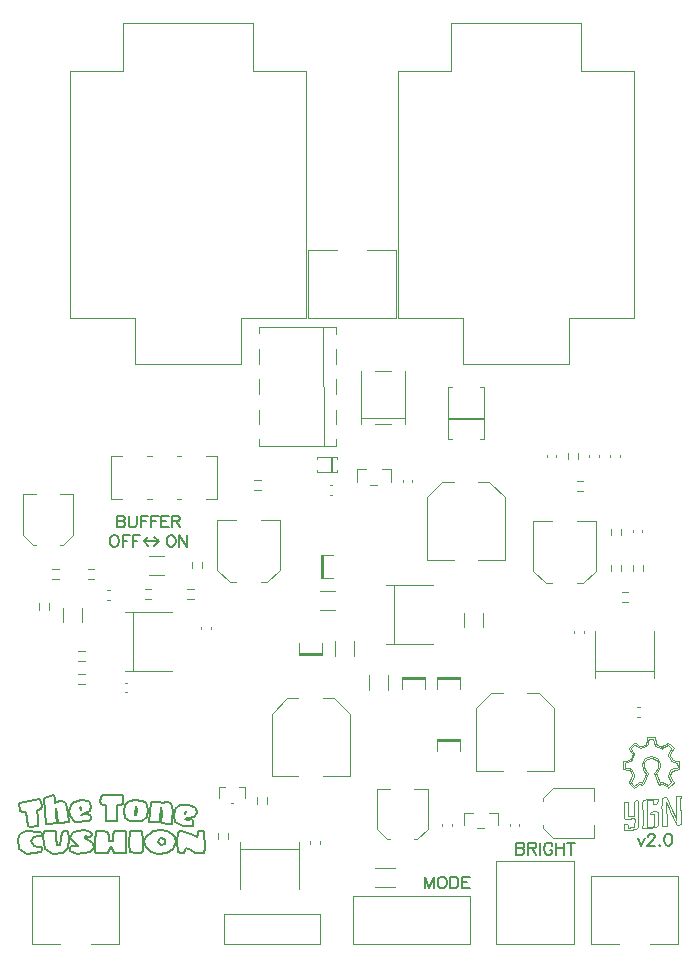
<source format=gto>
%FSLAX46Y46*%
%MOMM*%
%ADD11C,0.050000*%
%ADD12C,0.100000*%
%ADD10C,0.150000*%
%ADD13C,0.195000*%
G01*
G01*
%LPD*%
D10*
X53980952Y9723810D02*
X53695240Y10390476D01*
D10*
X53980952Y9723810D02*
X54266668Y10390476D01*
D10*
X54552380Y10533333D02*
X54552380Y10485714D01*
D10*
X54600000Y10628571D02*
X54552380Y10533333D01*
D10*
X54647620Y10676190D02*
X54600000Y10628571D01*
D10*
X54742856Y10723810D02*
X54647620Y10676190D01*
D10*
X54933332Y10723810D02*
X54742856Y10723810D01*
D10*
X55028572Y10676190D02*
X54933332Y10723810D01*
D10*
X55076192Y10628571D02*
X55028572Y10676190D01*
D10*
X55123808Y10533333D02*
X55076192Y10628571D01*
D10*
X55123808Y10438095D02*
X55123808Y10533333D01*
D10*
X55076192Y10342857D02*
X55123808Y10438095D01*
D10*
X54980952Y10200000D02*
X55076192Y10342857D01*
D10*
X54504760Y9723810D02*
X54980952Y10200000D01*
D10*
X55171428Y9723810D02*
X54504760Y9723810D01*
D10*
X55504760Y9771429D02*
X55552380Y9819048D01*
D10*
X55552380Y9723810D02*
X55504760Y9771429D01*
D10*
X55600000Y9771429D02*
X55552380Y9723810D01*
D10*
X55552380Y9819048D02*
X55600000Y9771429D01*
D10*
X56076192Y10676190D02*
X56219048Y10723810D01*
D10*
X55980952Y10533333D02*
X56076192Y10676190D01*
D10*
X55933332Y10295238D02*
X55980952Y10533333D01*
D10*
X55933332Y10152381D02*
X55933332Y10295238D01*
D10*
X55980952Y9914286D02*
X55933332Y10152381D01*
D10*
X56076192Y9771429D02*
X55980952Y9914286D01*
D10*
X56219048Y9723810D02*
X56076192Y9771429D01*
D10*
X56314284Y9723810D02*
X56219048Y9723810D01*
D10*
X56457144Y9771429D02*
X56314284Y9723810D01*
D10*
X56552380Y9914286D02*
X56457144Y9771429D01*
D10*
X56600000Y10152381D02*
X56552380Y9914286D01*
D10*
X56600000Y10295238D02*
X56600000Y10152381D01*
D10*
X56552380Y10533333D02*
X56600000Y10295238D01*
D10*
X56457144Y10676190D02*
X56552380Y10533333D01*
D10*
X56314284Y10723810D02*
X56457144Y10676190D01*
D10*
X56219048Y10723810D02*
X56314284Y10723810D01*
D10*
X43420476Y8971810D02*
X43420476Y9971810D01*
D10*
X43849048Y9971810D02*
X43420476Y9971810D01*
D10*
X43991904Y9924190D02*
X43849048Y9971810D01*
D10*
X44039524Y9876571D02*
X43991904Y9924190D01*
D10*
X44087144Y9781333D02*
X44039524Y9876571D01*
D10*
X44087144Y9686095D02*
X44087144Y9781333D01*
D10*
X44039524Y9590857D02*
X44087144Y9686095D01*
D10*
X43991904Y9543238D02*
X44039524Y9590857D01*
D10*
X43849048Y9495619D02*
X43991904Y9543238D01*
D10*
X43849048Y9495619D02*
X43420476Y9495619D01*
D10*
X43991904Y9448000D02*
X43849048Y9495619D01*
D10*
X44039524Y9400381D02*
X43991904Y9448000D01*
D10*
X44087144Y9305143D02*
X44039524Y9400381D01*
D10*
X44087144Y9162286D02*
X44087144Y9305143D01*
D10*
X44039524Y9067048D02*
X44087144Y9162286D01*
D10*
X43991904Y9019429D02*
X44039524Y9067048D01*
D10*
X43849048Y8971810D02*
X43991904Y9019429D01*
D10*
X43420476Y8971810D02*
X43849048Y8971810D01*
D10*
X44420476Y8971810D02*
X44420476Y9971810D01*
D10*
X44849048Y9971810D02*
X44420476Y9971810D01*
D10*
X44991904Y9924190D02*
X44849048Y9971810D01*
D10*
X45039524Y9876571D02*
X44991904Y9924190D01*
D10*
X45087144Y9781333D02*
X45039524Y9876571D01*
D10*
X45087144Y9686095D02*
X45087144Y9781333D01*
D10*
X45039524Y9590857D02*
X45087144Y9686095D01*
D10*
X44991904Y9543238D02*
X45039524Y9590857D01*
D10*
X44849048Y9495619D02*
X44991904Y9543238D01*
D10*
X44420476Y9495619D02*
X44849048Y9495619D01*
D10*
X45087144Y8971810D02*
X44753808Y9495619D01*
D10*
X45420476Y8971810D02*
X45420476Y9971810D01*
D10*
X46420476Y9828952D02*
X46468096Y9733714D01*
D10*
X46325240Y9924190D02*
X46420476Y9828952D01*
D10*
X46230000Y9971810D02*
X46325240Y9924190D01*
D10*
X46039524Y9971810D02*
X46230000Y9971810D01*
D10*
X45944284Y9924190D02*
X46039524Y9971810D01*
D10*
X45849048Y9828952D02*
X45944284Y9924190D01*
D10*
X45801428Y9733714D02*
X45849048Y9828952D01*
D10*
X45753808Y9590857D02*
X45801428Y9733714D01*
D10*
X45753808Y9352762D02*
X45753808Y9590857D01*
D10*
X45801428Y9209905D02*
X45753808Y9352762D01*
D10*
X45849048Y9114667D02*
X45801428Y9209905D01*
D10*
X45944284Y9019429D02*
X45849048Y9114667D01*
D10*
X46039524Y8971810D02*
X45944284Y9019429D01*
D10*
X46230000Y8971810D02*
X46039524Y8971810D01*
D10*
X46325240Y9019429D02*
X46230000Y8971810D01*
D10*
X46420476Y9114667D02*
X46325240Y9019429D01*
D10*
X46468096Y9209905D02*
X46420476Y9114667D01*
D10*
X46468096Y9352762D02*
X46468096Y9209905D01*
D10*
X46468096Y9352762D02*
X46230000Y9352762D01*
D10*
X46801428Y8971810D02*
X46801428Y9971810D01*
D10*
X47468096Y8971810D02*
X47468096Y9971810D01*
D10*
X47468096Y9495619D02*
X46801428Y9495619D01*
D10*
X48039524Y8971810D02*
X48039524Y9971810D01*
D10*
X48372856Y9971810D02*
X47706192Y9971810D01*
D10*
X9590476Y36673808D02*
X9590476Y37673808D01*
D10*
X10019048Y37673808D02*
X9590476Y37673808D01*
D10*
X10161905Y37626192D02*
X10019048Y37673808D01*
D10*
X10209524Y37578572D02*
X10161905Y37626192D01*
D10*
X10257143Y37483332D02*
X10209524Y37578572D01*
D10*
X10257143Y37388096D02*
X10257143Y37483332D01*
D10*
X10209524Y37292856D02*
X10257143Y37388096D01*
D10*
X10161905Y37245240D02*
X10209524Y37292856D01*
D10*
X10019048Y37197620D02*
X10161905Y37245240D01*
D10*
X10019048Y37197620D02*
X9590476Y37197620D01*
D10*
X10161905Y37150000D02*
X10019048Y37197620D01*
D10*
X10209524Y37102380D02*
X10161905Y37150000D01*
D10*
X10257143Y37007144D02*
X10209524Y37102380D01*
D10*
X10257143Y36864284D02*
X10257143Y37007144D01*
D10*
X10209524Y36769048D02*
X10257143Y36864284D01*
D10*
X10161905Y36721428D02*
X10209524Y36769048D01*
D10*
X10019048Y36673808D02*
X10161905Y36721428D01*
D10*
X9590476Y36673808D02*
X10019048Y36673808D01*
D10*
X10590476Y36959524D02*
X10590476Y37673808D01*
D10*
X10638095Y36816668D02*
X10590476Y36959524D01*
D10*
X10733333Y36721428D02*
X10638095Y36816668D01*
D10*
X10876190Y36673808D02*
X10733333Y36721428D01*
D10*
X10971428Y36673808D02*
X10876190Y36673808D01*
D10*
X11114286Y36721428D02*
X10971428Y36673808D01*
D10*
X11209524Y36816668D02*
X11114286Y36721428D01*
D10*
X11257143Y36959524D02*
X11209524Y36816668D01*
D10*
X11257143Y37673808D02*
X11257143Y36959524D01*
D10*
X11638095Y36673808D02*
X11638095Y37673808D01*
D10*
X12257143Y37673808D02*
X11638095Y37673808D01*
D10*
X12019048Y37197620D02*
X11638095Y37197620D01*
D10*
X12495238Y36673808D02*
X12495238Y37673808D01*
D10*
X13114286Y37673808D02*
X12495238Y37673808D01*
D10*
X12876190Y37197620D02*
X12495238Y37197620D01*
D10*
X13352381Y36673808D02*
X13352381Y37673808D01*
D10*
X13971428Y37673808D02*
X13352381Y37673808D01*
D10*
X13733334Y37197620D02*
X13352381Y37197620D01*
D10*
X13971428Y36673808D02*
X13352381Y36673808D01*
D10*
X14257143Y36673808D02*
X14257143Y37673808D01*
D10*
X14685714Y37673808D02*
X14257143Y37673808D01*
D10*
X14828572Y37626192D02*
X14685714Y37673808D01*
D10*
X14876190Y37578572D02*
X14828572Y37626192D01*
D10*
X14923810Y37483332D02*
X14876190Y37578572D01*
D10*
X14923810Y37388096D02*
X14923810Y37483332D01*
D10*
X14876190Y37292856D02*
X14923810Y37388096D01*
D10*
X14828572Y37245240D02*
X14876190Y37292856D01*
D10*
X14685714Y37197620D02*
X14828572Y37245240D01*
D10*
X14257143Y37197620D02*
X14685714Y37197620D01*
D10*
X14923810Y36673808D02*
X14590476Y37197620D01*
D10*
X9183333Y35976192D02*
X9278571Y36023808D01*
D10*
X9088095Y35880952D02*
X9183333Y35976192D01*
D10*
X9040476Y35785716D02*
X9088095Y35880952D01*
D10*
X8992857Y35642856D02*
X9040476Y35785716D01*
D10*
X8992857Y35404760D02*
X8992857Y35642856D01*
D10*
X9040476Y35261904D02*
X8992857Y35404760D01*
D10*
X9088095Y35166668D02*
X9040476Y35261904D01*
D10*
X9183333Y35071428D02*
X9088095Y35166668D01*
D10*
X9278571Y35023808D02*
X9183333Y35071428D01*
D10*
X9469048Y35023808D02*
X9278571Y35023808D01*
D10*
X9564286Y35071428D02*
X9469048Y35023808D01*
D10*
X9659524Y35166668D02*
X9564286Y35071428D01*
D10*
X9707143Y35261904D02*
X9659524Y35166668D01*
D10*
X9754762Y35404760D02*
X9707143Y35261904D01*
D10*
X9754762Y35642856D02*
X9754762Y35404760D01*
D10*
X9707143Y35785716D02*
X9754762Y35642856D01*
D10*
X9659524Y35880952D02*
X9707143Y35785716D01*
D10*
X9564286Y35976192D02*
X9659524Y35880952D01*
D10*
X9469048Y36023808D02*
X9564286Y35976192D01*
D10*
X9278571Y36023808D02*
X9469048Y36023808D01*
D10*
X10088095Y35023808D02*
X10088095Y36023808D01*
D10*
X10707143Y36023808D02*
X10088095Y36023808D01*
D10*
X10469048Y35547620D02*
X10088095Y35547620D01*
D10*
X10945238Y35023808D02*
X10945238Y36023808D01*
D10*
X11564286Y36023808D02*
X10945238Y36023808D01*
D10*
X11326190Y35547620D02*
X10945238Y35547620D01*
D10*
X13983333Y35976192D02*
X14078571Y36023808D01*
D10*
X13888095Y35880952D02*
X13983333Y35976192D01*
D10*
X13840476Y35785716D02*
X13888095Y35880952D01*
D10*
X13792857Y35642856D02*
X13840476Y35785716D01*
D10*
X13792857Y35404760D02*
X13792857Y35642856D01*
D10*
X13840476Y35261904D02*
X13792857Y35404760D01*
D10*
X13888095Y35166668D02*
X13840476Y35261904D01*
D10*
X13983333Y35071428D02*
X13888095Y35166668D01*
D10*
X14078571Y35023808D02*
X13983333Y35071428D01*
D10*
X14269048Y35023808D02*
X14078571Y35023808D01*
D10*
X14364286Y35071428D02*
X14269048Y35023808D01*
D10*
X14459524Y35166668D02*
X14364286Y35071428D01*
D10*
X14507143Y35261904D02*
X14459524Y35166668D01*
D10*
X14554762Y35404760D02*
X14507143Y35261904D01*
D10*
X14554762Y35642856D02*
X14554762Y35404760D01*
D10*
X14507143Y35785716D02*
X14554762Y35642856D01*
D10*
X14459524Y35880952D02*
X14507143Y35785716D01*
D10*
X14364286Y35976192D02*
X14459524Y35880952D01*
D10*
X14269048Y36023808D02*
X14364286Y35976192D01*
D10*
X14078571Y36023808D02*
X14269048Y36023808D01*
D10*
X14888095Y35023808D02*
X14888095Y36023808D01*
D10*
X15554762Y35023808D02*
X14888095Y36023808D01*
D10*
X15554762Y35023808D02*
X15554762Y36023808D01*
D10*
X35640476Y6103809D02*
X35640476Y7103809D01*
D10*
X36021428Y6103809D02*
X35640476Y7103809D01*
D10*
X36021428Y6103809D02*
X36402380Y7103809D01*
D10*
X36402380Y6103809D02*
X36402380Y7103809D01*
D10*
X36926192Y7056190D02*
X37021428Y7103809D01*
D10*
X36830952Y6960952D02*
X36926192Y7056190D01*
D10*
X36783332Y6865714D02*
X36830952Y6960952D01*
D10*
X36735716Y6722857D02*
X36783332Y6865714D01*
D10*
X36735716Y6484762D02*
X36735716Y6722857D01*
D10*
X36783332Y6341905D02*
X36735716Y6484762D01*
D10*
X36830952Y6246666D02*
X36783332Y6341905D01*
D10*
X36926192Y6151428D02*
X36830952Y6246666D01*
D10*
X37021428Y6103809D02*
X36926192Y6151428D01*
D10*
X37211904Y6103809D02*
X37021428Y6103809D01*
D10*
X37307144Y6151428D02*
X37211904Y6103809D01*
D10*
X37402380Y6246666D02*
X37307144Y6151428D01*
D10*
X37450000Y6341905D02*
X37402380Y6246666D01*
D10*
X37497620Y6484762D02*
X37450000Y6341905D01*
D10*
X37497620Y6722857D02*
X37497620Y6484762D01*
D10*
X37450000Y6865714D02*
X37497620Y6722857D01*
D10*
X37402380Y6960952D02*
X37450000Y6865714D01*
D10*
X37307144Y7056190D02*
X37402380Y6960952D01*
D10*
X37211904Y7103809D02*
X37307144Y7056190D01*
D10*
X37021428Y7103809D02*
X37211904Y7103809D01*
D10*
X37830952Y6103809D02*
X37830952Y7103809D01*
D10*
X38164284Y7103809D02*
X37830952Y7103809D01*
D10*
X38307144Y7056190D02*
X38164284Y7103809D01*
D10*
X38402380Y6960952D02*
X38307144Y7056190D01*
D10*
X38450000Y6865714D02*
X38402380Y6960952D01*
D10*
X38497620Y6722857D02*
X38450000Y6865714D01*
D10*
X38497620Y6484762D02*
X38497620Y6722857D01*
D10*
X38450000Y6341905D02*
X38497620Y6484762D01*
D10*
X38402380Y6246666D02*
X38450000Y6341905D01*
D10*
X38307144Y6151428D02*
X38402380Y6246666D01*
D10*
X38164284Y6103809D02*
X38307144Y6151428D01*
D10*
X37830952Y6103809D02*
X38164284Y6103809D01*
D10*
X38830952Y6103809D02*
X38830952Y7103809D01*
D10*
X39450000Y7103809D02*
X38830952Y7103809D01*
D10*
X39211904Y6627619D02*
X38830952Y6627619D01*
D10*
X39450000Y6103809D02*
X38830952Y6103809D01*
D11*
X8980000Y31360000D02*
X8780000Y31360000D01*
D11*
X8980000Y30560000D02*
X8780000Y30560000D01*
D11*
X54090000Y36280000D02*
X54090000Y36480000D01*
D11*
X53290000Y36280000D02*
X53290000Y36480000D01*
D11*
X28090000Y27035000D02*
X28090000Y25785000D01*
D11*
X29690000Y27035000D02*
X29690000Y25785000D01*
D11*
X6855000Y23435000D02*
X6305000Y23435000D01*
D11*
X6855000Y24285000D02*
X6305000Y24285000D01*
D11*
X10280000Y22700000D02*
X10480000Y22700000D01*
D11*
X10280000Y23500000D02*
X10480000Y23500000D01*
D11*
X46500000Y14650000D02*
X45650000Y13800000D01*
D11*
X45650000Y13800000D02*
X46500000Y14650000D01*
D11*
X45650000Y11200000D02*
X46500000Y10350000D01*
D11*
X45650000Y11200000D02*
X45650000Y11475000D01*
D11*
X49950000Y14650000D02*
X49950000Y13525000D01*
D11*
X49950000Y14650000D02*
X46500000Y14650000D01*
D11*
X46500000Y14650000D02*
X45650000Y13800000D01*
D11*
X49950000Y10350000D02*
X49950000Y11475000D01*
D11*
X45650000Y13800000D02*
X45650000Y13530000D01*
D11*
X45650000Y13800000D02*
X45650000Y13800000D01*
D11*
X46500000Y10350000D02*
X49950000Y10350000D01*
D11*
X30270000Y45950000D02*
X33970000Y45950000D01*
D11*
X30270000Y49900000D02*
X30270000Y45400000D01*
D11*
X31470000Y49900000D02*
X32770000Y49900000D01*
D11*
X31470000Y45400000D02*
X32770000Y45400000D01*
D11*
X33970000Y45400000D02*
X33970000Y49900000D01*
D11*
X27100000Y43600000D02*
X27050000Y53600000D01*
D11*
X21650000Y53600000D02*
X28150000Y53600000D01*
D11*
X21650000Y50550000D02*
X21650000Y51750000D01*
D11*
X28150000Y53600000D02*
X28150000Y53050000D01*
D11*
X28150000Y46650000D02*
X28150000Y45450000D01*
D11*
X21650000Y45450000D02*
X21650000Y46650000D01*
D11*
X28150000Y43600000D02*
X21650000Y43600000D01*
D11*
X28150000Y50550000D02*
X28150000Y51750000D01*
D11*
X28150000Y49200000D02*
X28150000Y48000000D01*
D11*
X21650000Y53100000D02*
X21650000Y53600000D01*
D11*
X21650000Y48000000D02*
X21650000Y49200000D01*
D11*
X28150000Y44150000D02*
X28150000Y43600000D01*
D11*
X21650000Y43600000D02*
X21650000Y44150000D01*
D11*
X6630000Y28635000D02*
X6630000Y29885000D01*
D11*
X5030000Y28635000D02*
X5030000Y29885000D01*
D11*
X31590000Y11100000D02*
X32440000Y10250000D01*
D11*
X32440000Y10250000D02*
X31590000Y11100000D01*
D11*
X35040000Y10250000D02*
X35890000Y11100000D01*
D11*
X35040000Y10250000D02*
X34765000Y10250000D01*
D11*
X31590000Y14550000D02*
X32715000Y14550000D01*
D11*
X31590000Y14550000D02*
X31590000Y11100000D01*
D11*
X31590000Y11100000D02*
X32440000Y10250000D01*
D11*
X35890000Y14550000D02*
X34765000Y14550000D01*
D11*
X32440000Y10250000D02*
X32710000Y10250000D01*
D11*
X32440000Y10250000D02*
X32440000Y10250000D01*
D11*
X35890000Y11100000D02*
X35890000Y14550000D01*
D11*
X37950000Y44200000D02*
X37630000Y44200000D01*
D11*
X37655000Y45875000D02*
X40605000Y45875000D01*
D11*
X37655000Y45925000D02*
X40605000Y45925000D01*
D11*
X40630000Y44200000D02*
X40310000Y44200000D01*
D11*
X37630000Y44200000D02*
X37630000Y48600000D01*
D11*
X37630000Y48600000D02*
X37950000Y48600000D01*
D11*
X40630000Y48600000D02*
X40630000Y44200000D01*
D11*
X37655000Y45825000D02*
X40605000Y45825000D01*
D11*
X37655000Y45975000D02*
X40605000Y45975000D01*
D11*
X40310000Y48600000D02*
X40630000Y48600000D01*
D11*
X4105000Y33185000D02*
X4655000Y33185000D01*
D11*
X4105000Y32335000D02*
X4655000Y32335000D01*
D11*
X50400000Y42600000D02*
X50400000Y42800000D01*
D11*
X49600000Y42600000D02*
X49600000Y42800000D01*
D11*
X16825000Y33775000D02*
X16825000Y33225000D01*
D11*
X15975000Y33775000D02*
X15975000Y33225000D01*
D11*
X32540000Y22885000D02*
X32540000Y24135000D01*
D11*
X30940000Y22885000D02*
X30940000Y24135000D01*
D11*
X49700000Y1430000D02*
X49700000Y7180000D01*
D11*
X54700000Y1430000D02*
X57100000Y1430000D01*
D11*
X49700000Y1430000D02*
X52100000Y1430000D01*
D11*
X57100000Y7180000D02*
X57100000Y1430000D01*
D11*
X49700000Y7180000D02*
X57100000Y7180000D01*
D11*
X40665000Y11200000D02*
X40115000Y11200000D01*
D11*
X38940000Y11475000D02*
X38940000Y12500000D01*
D11*
X41840000Y12500000D02*
X41840000Y11475000D01*
D11*
X41065000Y12500000D02*
X41840000Y12500000D01*
D11*
X38940000Y12500000D02*
X39715000Y12500000D01*
D11*
X10100000Y75300000D02*
X10100000Y79400000D01*
D11*
X20100000Y54400000D02*
X20100000Y50500000D01*
D11*
X5600000Y54400000D02*
X5600000Y75300000D01*
D11*
X10100000Y79400000D02*
X21100000Y79400000D01*
D11*
X5600000Y75300000D02*
X10100000Y75300000D01*
D11*
X25600000Y54400000D02*
X20100000Y54400000D01*
D11*
X20100000Y50500000D02*
X11100000Y50500000D01*
D11*
X21100000Y79400000D02*
X21100000Y75300000D01*
D11*
X11100000Y54400000D02*
X5600000Y54400000D01*
D11*
X11100000Y50500000D02*
X11100000Y54400000D01*
D11*
X21100000Y75300000D02*
X25600000Y75300000D01*
D11*
X25600000Y75300000D02*
X25600000Y54400000D01*
D11*
X51425000Y32945000D02*
X51425000Y33495000D01*
D11*
X52275000Y32945000D02*
X52275000Y33495000D01*
D11*
X28225000Y41575000D02*
X28225000Y41350000D01*
D11*
X28225000Y42650000D02*
X28225000Y42425000D01*
D11*
X27700000Y41375000D02*
X27700000Y42625000D01*
D11*
X26525000Y42650000D02*
X28225000Y42650000D01*
D11*
X28225000Y41350000D02*
X26525000Y41350000D01*
D11*
X26525000Y42425000D02*
X26525000Y42650000D01*
D11*
X26525000Y41350000D02*
X26525000Y41575000D01*
D11*
X27800000Y41375000D02*
X27800000Y42625000D01*
D11*
X27750000Y41375000D02*
X27750000Y42625000D01*
D11*
X40600000Y28215000D02*
X40600000Y29465000D01*
D11*
X39000000Y28215000D02*
X39000000Y29465000D01*
D11*
X16750000Y28260000D02*
X16750000Y28060000D01*
D11*
X17550000Y28260000D02*
X17550000Y28060000D01*
D11*
X47765000Y42425000D02*
X47765000Y42975000D01*
D11*
X48615000Y42425000D02*
X48615000Y42975000D01*
D11*
X53265000Y32945000D02*
X53265000Y33495000D01*
D11*
X54115000Y32945000D02*
X54115000Y33495000D01*
D11*
X37950000Y11400000D02*
X37950000Y11600000D01*
D11*
X37150000Y11400000D02*
X37150000Y11600000D01*
D11*
X29290000Y15610000D02*
X27015000Y15610000D01*
D11*
X23990000Y22210000D02*
X24965000Y22210000D01*
D11*
X27990000Y22210000D02*
X27015000Y22210000D01*
D11*
X27990000Y22210000D02*
X29290000Y20910000D01*
D11*
X22690000Y15610000D02*
X24965000Y15610000D01*
D11*
X22690000Y20910000D02*
X23990000Y22210000D01*
D11*
X29290000Y20910000D02*
X29290000Y15610000D01*
D11*
X22690000Y15610000D02*
X22690000Y20910000D01*
D11*
X27825000Y40230000D02*
X27625000Y40230000D01*
D11*
X27825000Y39430000D02*
X27625000Y39430000D01*
D11*
X52275000Y36555000D02*
X52275000Y36005000D01*
D11*
X51425000Y36555000D02*
X51425000Y36005000D01*
D11*
X36725000Y18725000D02*
X36725000Y18675000D01*
D11*
X38675000Y18675000D02*
X38675000Y18625000D01*
D11*
X38675000Y18625000D02*
X36725000Y18625000D01*
D11*
X38675000Y18575000D02*
X38675000Y18550000D01*
D11*
X36725000Y18575000D02*
X38675000Y18575000D01*
D11*
X36725000Y17725000D02*
X36725000Y18725000D01*
D11*
X36725000Y18675000D02*
X38675000Y18675000D01*
D11*
X38675000Y18725000D02*
X36725000Y18725000D01*
D11*
X36725000Y18625000D02*
X36725000Y18575000D01*
D11*
X38675000Y18725000D02*
X38675000Y17722500D01*
D11*
X20440000Y14730000D02*
X20440000Y13755000D01*
D11*
X18240000Y13755000D02*
X18240000Y14730000D01*
D11*
X18240000Y14730000D02*
X18765000Y14730000D01*
D11*
X19915000Y14730000D02*
X20440000Y14730000D01*
D11*
X19415000Y13330000D02*
X19265000Y13330000D01*
D11*
X26905000Y32425000D02*
X26955000Y32425000D01*
D11*
X26955000Y34375000D02*
X27005000Y34375000D01*
D11*
X27005000Y34375000D02*
X27005000Y32425000D01*
D11*
X27055000Y34375000D02*
X27080000Y34375000D01*
D11*
X27055000Y32425000D02*
X27055000Y34375000D01*
D11*
X27905000Y32425000D02*
X26905000Y32425000D01*
D11*
X26955000Y32425000D02*
X26955000Y34375000D01*
D11*
X26905000Y34375000D02*
X26905000Y32425000D01*
D11*
X27005000Y32425000D02*
X27055000Y32425000D01*
D11*
X26905000Y34375000D02*
X27907500Y34375000D01*
D11*
X50100000Y23910000D02*
X50100000Y27890000D01*
D11*
X55100000Y27890000D02*
X55100000Y23910000D01*
D11*
X50100000Y24550000D02*
X55100000Y24550000D01*
D11*
X52875000Y30375000D02*
X52325000Y30375000D01*
D11*
X52875000Y31225000D02*
X52325000Y31225000D01*
D11*
X36725000Y24015000D02*
X36725000Y23965000D01*
D11*
X38675000Y23965000D02*
X38675000Y23915000D01*
D11*
X38675000Y23915000D02*
X36725000Y23915000D01*
D11*
X38675000Y23865000D02*
X38675000Y23840000D01*
D11*
X36725000Y23865000D02*
X38675000Y23865000D01*
D11*
X36725000Y23015000D02*
X36725000Y24015000D01*
D11*
X36725000Y23965000D02*
X38675000Y23965000D01*
D11*
X38675000Y24015000D02*
X36725000Y24015000D01*
D11*
X36725000Y23915000D02*
X36725000Y23865000D01*
D11*
X38675000Y24015000D02*
X38675000Y23012500D01*
D11*
X25000000Y10070000D02*
X25000000Y6090000D01*
D11*
X20000000Y6090000D02*
X20000000Y10070000D01*
D11*
X25000000Y9430000D02*
X20000000Y9430000D01*
D11*
X26815000Y29700000D02*
X28065000Y29700000D01*
D11*
X26815000Y31300000D02*
X28065000Y31300000D01*
D11*
X33705000Y24015000D02*
X33705000Y23965000D01*
D11*
X35655000Y23965000D02*
X35655000Y23915000D01*
D11*
X35655000Y23915000D02*
X33705000Y23915000D01*
D11*
X35655000Y23865000D02*
X35655000Y23840000D01*
D11*
X33705000Y23865000D02*
X35655000Y23865000D01*
D11*
X33705000Y23015000D02*
X33705000Y24015000D01*
D11*
X33705000Y23965000D02*
X35655000Y23965000D01*
D11*
X35655000Y24015000D02*
X33705000Y24015000D01*
D11*
X33705000Y23915000D02*
X33705000Y23865000D01*
D11*
X35655000Y24015000D02*
X35655000Y23012500D01*
D11*
X33200000Y60150000D02*
X33200000Y54400000D01*
D11*
X28200000Y60150000D02*
X25800000Y60150000D01*
D11*
X33200000Y60150000D02*
X30800000Y60150000D01*
D11*
X25800000Y54400000D02*
X25800000Y60150000D01*
D11*
X33200000Y54400000D02*
X25800000Y54400000D01*
D11*
X46465000Y31930000D02*
X45890000Y31930000D01*
D11*
X44840000Y32980000D02*
X44840000Y37230000D01*
D11*
X49090000Y31930000D02*
X48515000Y31930000D01*
D11*
X50140000Y37230000D02*
X48515000Y37230000D01*
D11*
X49090000Y31930000D02*
X50140000Y32980000D01*
D11*
X45890000Y31930000D02*
X44840000Y32980000D01*
D11*
X50140000Y32980000D02*
X50140000Y37230000D01*
D11*
X44840000Y37230000D02*
X46465000Y37230000D01*
D11*
X21435000Y13255000D02*
X21435000Y13805000D01*
D11*
X22285000Y13255000D02*
X22285000Y13805000D01*
D11*
X2400000Y1430000D02*
X2400000Y7180000D01*
D11*
X7400000Y1430000D02*
X9800000Y1430000D01*
D11*
X2400000Y1430000D02*
X4800000Y1430000D01*
D11*
X9800000Y7180000D02*
X9800000Y1430000D01*
D11*
X2400000Y7180000D02*
X9800000Y7180000D01*
D11*
X12150000Y39100000D02*
X12550000Y39100000D01*
D11*
X17150000Y42700000D02*
X18100000Y42700000D01*
D11*
X17150000Y39100000D02*
X18100000Y39100000D01*
D11*
X9100000Y39100000D02*
X9100000Y42700000D01*
D11*
X18100000Y42700000D02*
X18100000Y39100000D01*
D11*
X12150000Y42700000D02*
X12550000Y42700000D01*
D11*
X14650000Y39100000D02*
X15050000Y39100000D01*
D11*
X9100000Y42700000D02*
X10050000Y42700000D01*
D11*
X14650000Y42700000D02*
X15050000Y42700000D01*
D11*
X9100000Y39100000D02*
X10050000Y39100000D01*
D11*
X39500000Y1430000D02*
X29600000Y1430000D01*
D11*
X29600000Y5430000D02*
X39500000Y5430000D01*
D11*
X29600000Y1430000D02*
X29600000Y5430000D01*
D11*
X39500000Y5430000D02*
X39500000Y1430000D01*
D11*
X15545000Y31445000D02*
X16095000Y31445000D01*
D11*
X15545000Y30595000D02*
X16095000Y30595000D01*
D11*
X26965000Y25885000D02*
X26965000Y25935000D01*
D11*
X25015000Y25935000D02*
X25015000Y25985000D01*
D11*
X25015000Y25985000D02*
X26965000Y25985000D01*
D11*
X25015000Y26035000D02*
X25015000Y26060000D01*
D11*
X26965000Y26035000D02*
X25015000Y26035000D01*
D11*
X26965000Y26885000D02*
X26965000Y25885000D01*
D11*
X26965000Y25935000D02*
X25015000Y25935000D01*
D11*
X25015000Y25885000D02*
X26965000Y25885000D01*
D11*
X26965000Y25985000D02*
X26965000Y26035000D01*
D11*
X25015000Y25885000D02*
X25015000Y26887500D01*
D11*
X42430000Y33930000D02*
X40155000Y33930000D01*
D11*
X37130000Y40530000D02*
X38105000Y40530000D01*
D11*
X41130000Y40530000D02*
X40155000Y40530000D01*
D11*
X41130000Y40530000D02*
X42430000Y39230000D01*
D11*
X35830000Y33930000D02*
X38105000Y33930000D01*
D11*
X35830000Y39230000D02*
X37130000Y40530000D01*
D11*
X42430000Y39230000D02*
X42430000Y33930000D01*
D11*
X35830000Y33930000D02*
X35830000Y39230000D01*
D11*
X34580000Y40480000D02*
X34580000Y40680000D01*
D11*
X33780000Y40480000D02*
X33780000Y40680000D01*
D11*
X51360000Y42800000D02*
X51360000Y42600000D01*
D11*
X52160000Y42800000D02*
X52160000Y42600000D01*
D11*
X31605000Y40280000D02*
X31055000Y40280000D01*
D11*
X29880000Y40555000D02*
X29880000Y41580000D01*
D11*
X32780000Y41580000D02*
X32780000Y40555000D01*
D11*
X32005000Y41580000D02*
X32780000Y41580000D01*
D11*
X29880000Y41580000D02*
X30655000Y41580000D01*
D11*
X43650000Y11400000D02*
X43650000Y11600000D01*
D11*
X42850000Y11400000D02*
X42850000Y11600000D01*
D11*
X3855000Y30235000D02*
X3855000Y29685000D01*
D11*
X3005000Y30235000D02*
X3005000Y29685000D01*
D11*
X53860000Y21460000D02*
X53660000Y21460000D01*
D11*
X53860000Y20660000D02*
X53660000Y20660000D01*
D11*
X46600000Y16070000D02*
X44325000Y16070000D01*
D11*
X41300000Y22670000D02*
X42275000Y22670000D01*
D11*
X45300000Y22670000D02*
X44325000Y22670000D01*
D11*
X45300000Y22670000D02*
X46600000Y21370000D01*
D11*
X40000000Y16070000D02*
X42275000Y16070000D01*
D11*
X40000000Y21370000D02*
X41300000Y22670000D01*
D11*
X46600000Y21370000D02*
X46600000Y16070000D01*
D11*
X40000000Y16070000D02*
X40000000Y21370000D01*
D11*
X18620000Y3970000D02*
X26800000Y3970000D01*
D11*
X18620000Y1430000D02*
X18620000Y3970000D01*
D11*
X26800000Y3970000D02*
X26800000Y1430000D01*
D11*
X26800000Y1430000D02*
X18620000Y1430000D01*
D11*
X12295000Y32620000D02*
X13545000Y32620000D01*
D11*
X12295000Y34220000D02*
X13545000Y34220000D01*
D11*
X32410000Y31800000D02*
X36390000Y31800000D01*
D11*
X36390000Y26800000D02*
X32410000Y26800000D01*
D11*
X33050000Y31800000D02*
X33050000Y26800000D01*
D11*
X10310000Y29500000D02*
X14290000Y29500000D01*
D11*
X14290000Y24500000D02*
X10310000Y24500000D01*
D11*
X10950000Y29500000D02*
X10950000Y24500000D01*
D11*
X31475000Y6200000D02*
X33125000Y6200000D01*
D11*
X31475000Y7800000D02*
X33125000Y7800000D01*
D11*
X45980000Y42800000D02*
X45980000Y42600000D01*
D11*
X46780000Y42800000D02*
X46780000Y42600000D01*
D11*
X19705000Y32040000D02*
X19130000Y32040000D01*
D11*
X18080000Y33090000D02*
X18080000Y37340000D01*
D11*
X22330000Y32040000D02*
X21755000Y32040000D01*
D11*
X23380000Y37340000D02*
X21755000Y37340000D01*
D11*
X22330000Y32040000D02*
X23380000Y33090000D01*
D11*
X19130000Y32040000D02*
X18080000Y33090000D01*
D11*
X23380000Y33090000D02*
X23380000Y37340000D01*
D11*
X18080000Y37340000D02*
X19705000Y37340000D01*
D11*
X25980000Y10100000D02*
X25980000Y9900000D01*
D11*
X26780000Y10100000D02*
X26780000Y9900000D01*
D11*
X48300000Y27920000D02*
X48300000Y27720000D01*
D11*
X49100000Y27920000D02*
X49100000Y27720000D01*
D11*
X48525000Y40565000D02*
X49075000Y40565000D01*
D11*
X48525000Y39715000D02*
X49075000Y39715000D01*
D11*
X48300000Y8430000D02*
X48300000Y1430000D01*
D11*
X41700000Y1430000D02*
X41700000Y8430000D01*
D11*
X48300000Y1430000D02*
X41700000Y1430000D01*
D11*
X41700000Y8430000D02*
X48300000Y8430000D01*
D11*
X11945000Y31445000D02*
X12495000Y31445000D01*
D11*
X11945000Y30595000D02*
X12495000Y30595000D01*
D11*
X18155000Y10285000D02*
X18155000Y10835000D01*
D11*
X19005000Y10285000D02*
X19005000Y10835000D01*
D11*
X6305000Y26185000D02*
X6855000Y26185000D01*
D11*
X6305000Y25335000D02*
X6855000Y25335000D01*
D11*
X21205000Y40664999D02*
X21755000Y40664999D01*
D11*
X21205000Y39814999D02*
X21755000Y39814999D01*
D11*
X37900000Y75300000D02*
X37900000Y79400000D01*
D11*
X47900000Y54400000D02*
X47900000Y50500000D01*
D11*
X33400000Y54400000D02*
X33400000Y75300000D01*
D11*
X37900000Y79400000D02*
X48900000Y79400000D01*
D11*
X33400000Y75300000D02*
X37900000Y75300000D01*
D11*
X53400000Y54400000D02*
X47900000Y54400000D01*
D11*
X47900000Y50500000D02*
X38900000Y50500000D01*
D11*
X48900000Y79400000D02*
X48900000Y75300000D01*
D11*
X38900000Y54400000D02*
X33400000Y54400000D01*
D11*
X38900000Y50500000D02*
X38900000Y54400000D01*
D11*
X48900000Y75300000D02*
X53400000Y75300000D01*
D11*
X53400000Y75300000D02*
X53400000Y54400000D01*
D11*
X7105000Y33185000D02*
X7655000Y33185000D01*
D11*
X7105000Y32335000D02*
X7655000Y32335000D01*
D11*
X1610000Y36060000D02*
X2460000Y35210000D01*
D11*
X2460000Y35210000D02*
X1610000Y36060000D01*
D11*
X5060000Y35210000D02*
X5910000Y36060000D01*
D11*
X5060000Y35210000D02*
X4785000Y35210000D01*
D11*
X1610000Y39510000D02*
X2735000Y39510000D01*
D11*
X1610000Y39510000D02*
X1610000Y36060000D01*
D11*
X1610000Y36060000D02*
X2460000Y35210000D01*
D11*
X5910000Y39510000D02*
X4785000Y39510000D01*
D11*
X2460000Y35210000D02*
X2730000Y35210000D01*
D11*
X2460000Y35210000D02*
X2460000Y35210000D01*
D11*
X5910000Y36060000D02*
X5910000Y39510000D01*
D10*
X13150000Y35500000D02*
X12750000Y35100000D01*
D10*
X11850000Y35500000D02*
X12250000Y35900000D01*
D10*
X13150000Y35500000D02*
X12750000Y35900000D01*
D10*
X11850000Y35500000D02*
X13150000Y35500000D01*
D10*
X11850000Y35500000D02*
X12250000Y35100000D01*
D12*
X53077000Y17048000D02*
X53202000Y17309000D01*
D12*
X57022000Y16334000D02*
X57068000Y16392000D01*
D12*
X55768000Y18135000D02*
X55902000Y18217000D01*
D12*
X53514000Y18387000D02*
X53832000Y18159000D01*
D12*
X53138000Y16878000D02*
X52681000Y16783000D01*
D12*
X53108000Y16232000D02*
X53248000Y15981000D01*
D12*
X53197000Y15736000D02*
X53101000Y15987000D01*
D12*
X54333000Y17157000D02*
X54818000Y17331000D01*
D12*
X55086000Y15899000D02*
X55135000Y15959000D01*
D12*
X53643000Y14807000D02*
X53382000Y14649000D01*
D12*
X55056000Y18932000D02*
X55135000Y18915000D01*
D12*
X53248000Y15981000D02*
X53362000Y15710000D01*
D12*
X52623000Y16337000D02*
X52927000Y16264000D01*
D12*
X52914000Y16119000D02*
X52749000Y16151000D01*
D12*
X54818000Y17331000D02*
X55297000Y17172000D01*
D12*
X53452000Y18247000D02*
X53406000Y18274000D01*
D12*
X52681000Y16783000D02*
X52587000Y16746000D01*
D12*
X55775000Y15100000D02*
X56041000Y14955000D01*
D12*
X53389000Y14818000D02*
X53430000Y14841000D01*
D12*
X55310000Y15703000D02*
X55582000Y15067000D01*
D12*
X55256000Y15846000D02*
X55310000Y15703000D01*
D12*
X53262000Y17453000D02*
X53161000Y17614000D01*
D12*
X53631000Y18124000D02*
X53452000Y18247000D01*
D12*
X54542000Y18459000D02*
X54520000Y18356000D01*
D12*
X52443000Y16873000D02*
X52508000Y16893000D01*
D12*
X56463000Y16197000D02*
X56542000Y16223000D01*
D12*
X56484000Y17220000D02*
X56638000Y16997000D01*
D12*
X56266000Y15651000D02*
X56345000Y15845000D01*
D12*
X55589000Y16362000D02*
X55327000Y15923000D01*
D12*
X54564000Y18575000D02*
X54542000Y18459000D01*
D12*
X55102000Y18464000D02*
X55001000Y18781000D01*
D12*
X55327000Y15923000D02*
X55256000Y15846000D01*
D12*
X54191000Y16407000D02*
X54376000Y16081000D01*
D12*
X54376000Y18376000D02*
X54443000Y18694000D01*
D12*
X55630000Y17984000D02*
X55413000Y18077000D01*
D12*
X56654000Y15238000D02*
X56730000Y15089000D01*
D12*
X55571000Y18164000D02*
X55718000Y18110000D01*
D12*
X54443000Y18694000D02*
X54500000Y18925000D01*
D12*
X53392000Y15584000D02*
X53262000Y15378000D01*
D12*
X55580000Y16754000D02*
X55589000Y16362000D01*
D12*
X56442000Y15711000D02*
X56429000Y15598000D01*
D12*
X53101000Y15107000D02*
X53245000Y14959000D01*
D12*
X56501000Y18024000D02*
X56268000Y18261000D01*
D12*
X56243000Y15588000D02*
X56266000Y15651000D01*
D12*
X56292000Y18446000D02*
X56471000Y18284000D01*
D12*
X57191000Y16871000D02*
X57216000Y16858000D01*
D12*
X57216000Y16858000D02*
X57215000Y16604000D01*
D12*
X55297000Y17172000D02*
X55580000Y16754000D01*
D12*
X55853000Y14913000D02*
X55827000Y14933000D01*
D12*
X55827000Y14933000D02*
X55665000Y14912000D01*
D12*
X56117000Y18364000D02*
X56292000Y18446000D01*
D12*
X55672000Y15079000D02*
X55775000Y15100000D01*
D12*
X54008000Y14897000D02*
X53919000Y14945000D01*
D12*
X56291000Y14651000D02*
X56226000Y14666000D01*
D12*
X52982000Y17876000D02*
X52909000Y17988000D01*
D12*
X53011000Y16098000D02*
X52914000Y16119000D01*
D12*
X53382000Y14649000D02*
X53282000Y14716000D01*
D12*
X53626000Y14969000D02*
X53811000Y15097000D01*
D12*
X56429000Y15598000D02*
X56654000Y15238000D01*
D12*
X54300000Y15611000D02*
X54374000Y15814000D01*
D12*
X56444000Y14991000D02*
X56537000Y15098000D01*
D12*
X56650000Y14990000D02*
X56535000Y14863000D01*
D12*
X52932000Y18020000D02*
X53096000Y18191000D01*
D12*
X54543000Y15841000D02*
X54213000Y15026000D01*
D12*
X57068000Y16392000D02*
X57053000Y16746000D01*
D12*
X53056000Y14939000D02*
X52910000Y15088000D01*
D12*
X54467000Y17091000D02*
X54229000Y16791000D01*
D12*
X54044000Y18152000D02*
X54292000Y18257000D01*
D12*
X53962000Y15087000D02*
X54044000Y15052000D01*
D12*
X54388000Y18143000D02*
X54176000Y18051000D01*
D12*
X53282000Y14716000D02*
X53282000Y14716000D01*
D12*
X53832000Y18159000D02*
X54044000Y18152000D01*
D12*
X53289000Y17677000D02*
X53413000Y17479000D01*
D12*
X56730000Y17990000D02*
X56544000Y17696000D01*
D12*
X53202000Y17309000D02*
X53262000Y17453000D01*
D12*
X54615000Y18776000D02*
X54564000Y18575000D01*
D12*
X53245000Y14959000D02*
X53389000Y14818000D01*
D12*
X56535000Y14863000D02*
X56291000Y14651000D01*
D12*
X54388000Y15850000D02*
X54350000Y15893000D01*
D12*
X57203000Y16221000D02*
X57140000Y16201000D01*
D12*
X56540000Y17970000D02*
X56501000Y18024000D01*
D12*
X57215000Y16604000D02*
X57208000Y16285000D01*
D12*
X54039000Y16537000D02*
X54113000Y16883000D01*
D12*
X54563000Y15904000D02*
X54543000Y15841000D01*
D12*
X56720000Y16832000D02*
X56517000Y16874000D01*
D12*
X55413000Y18077000D02*
X55179000Y18188000D01*
D12*
X52444000Y16224000D02*
X52438000Y16511000D01*
D12*
X54500000Y18925000D02*
X55056000Y18932000D01*
D12*
X56638000Y16997000D02*
X56929000Y16936000D01*
D12*
X54254000Y16000000D02*
X54039000Y16537000D01*
D12*
X53101000Y15987000D02*
X53011000Y16098000D01*
D12*
X52438000Y16511000D02*
X52438000Y16835000D01*
D12*
X56504000Y15875000D02*
X56442000Y15711000D01*
D12*
X53257000Y18358000D02*
X53380000Y18442000D01*
D12*
X54938000Y17178000D02*
X54467000Y17091000D01*
D12*
X53244000Y17063000D02*
X53138000Y16878000D01*
D12*
X53362000Y15710000D02*
X53408000Y15616000D01*
D12*
X53811000Y15097000D02*
X53962000Y15087000D01*
D12*
X56433000Y17337000D02*
X56484000Y17220000D01*
D12*
X52924000Y15120000D02*
X53158000Y15476000D01*
D12*
X56405000Y17440000D02*
X56433000Y17337000D01*
D12*
X56250000Y14835000D02*
X56444000Y14991000D01*
D12*
X55179000Y18188000D02*
X55102000Y18464000D01*
D12*
X56345000Y15845000D02*
X56457000Y16161000D01*
D12*
X53626000Y14969000D02*
X53626000Y14969000D01*
D12*
X53919000Y14945000D02*
X53835000Y14931000D01*
D12*
X55582000Y15067000D02*
X55672000Y15079000D01*
D12*
X56379000Y17123000D02*
X56276000Y17347000D01*
D12*
X55388000Y16871000D02*
X54938000Y17178000D01*
D12*
X56734000Y16268000D02*
X57022000Y16334000D01*
D12*
X55718000Y18110000D02*
X55768000Y18135000D01*
D12*
X56471000Y18284000D02*
X56730000Y17990000D01*
D12*
X53360000Y18245000D02*
X53162000Y18061000D01*
D12*
X56537000Y15098000D02*
X56358000Y15418000D01*
D12*
X56517000Y17927000D02*
X56540000Y17970000D01*
D12*
X55902000Y18217000D02*
X56017000Y18290000D01*
D12*
X55350000Y15223000D02*
X55165000Y15669000D01*
D12*
X57208000Y16285000D02*
X57203000Y16221000D01*
D12*
X56245000Y17494000D02*
X56380000Y17711000D01*
D12*
X53408000Y15616000D02*
X53392000Y15584000D01*
D12*
X56949000Y16159000D02*
X56598000Y16089000D01*
D12*
X52749000Y16151000D02*
X52489000Y16208000D01*
D12*
X54176000Y18051000D02*
X53910000Y17956000D01*
D12*
X53096000Y18191000D02*
X53257000Y18358000D01*
D12*
X53161000Y17614000D02*
X52982000Y17876000D01*
D12*
X52909000Y17988000D02*
X52932000Y18020000D01*
D12*
X56542000Y16223000D02*
X56734000Y16268000D01*
D12*
X56598000Y16089000D02*
X56504000Y15875000D01*
D12*
X53100000Y17988000D02*
X53132000Y17924000D01*
D12*
X52508000Y16893000D02*
X52704000Y16936000D01*
D12*
X54374000Y15814000D02*
X54388000Y15850000D01*
D12*
X53262000Y15378000D02*
X53101000Y15107000D01*
D12*
X52704000Y16936000D02*
X53077000Y17048000D01*
D12*
X56358000Y15418000D02*
X56243000Y15588000D01*
D12*
X54173000Y14924000D02*
X54008000Y14897000D01*
D12*
X53380000Y18442000D02*
X53514000Y18387000D01*
D12*
X56276000Y17347000D02*
X56224000Y17450000D01*
D12*
X54113000Y16883000D02*
X54333000Y17157000D01*
D12*
X55428000Y16309000D02*
X55388000Y16871000D01*
D12*
X56080000Y18163000D02*
X55772000Y17964000D01*
D12*
X55001000Y18781000D02*
X54615000Y18776000D01*
D12*
X52438000Y16835000D02*
X52443000Y16873000D01*
D12*
X53282000Y14716000D02*
X53056000Y14939000D01*
D12*
X52489000Y16208000D02*
X52444000Y16224000D01*
D12*
X54044000Y15052000D02*
X54300000Y15611000D01*
D12*
X53910000Y17956000D02*
X53631000Y18124000D01*
D12*
X55135000Y15959000D02*
X55428000Y16309000D01*
D12*
X56268000Y18261000D02*
X56080000Y18163000D01*
D12*
X53413000Y17479000D02*
X53244000Y17063000D01*
D12*
X55254000Y18447000D02*
X55300000Y18287000D01*
D12*
X54350000Y18292000D02*
X54376000Y18376000D01*
D12*
X52587000Y16746000D02*
X52580000Y16407000D01*
D12*
X52910000Y15088000D02*
X52924000Y15120000D01*
D12*
X55514000Y14879000D02*
X55350000Y15223000D01*
D12*
X54350000Y15893000D02*
X54254000Y16000000D01*
D12*
X55135000Y18915000D02*
X55254000Y18447000D01*
D12*
X56017000Y18290000D02*
X56117000Y18364000D01*
D12*
X56457000Y16161000D02*
X56463000Y16197000D01*
D12*
X56041000Y14955000D02*
X56250000Y14835000D01*
D12*
X53406000Y18274000D02*
X53360000Y18245000D01*
D12*
X54229000Y16791000D02*
X54191000Y16407000D01*
D12*
X53162000Y18061000D02*
X53100000Y17988000D01*
D12*
X56224000Y17450000D02*
X56245000Y17494000D01*
D12*
X55772000Y17964000D02*
X55723000Y17940000D01*
D12*
X55723000Y17940000D02*
X55630000Y17984000D01*
D12*
X53158000Y15476000D02*
X53197000Y15736000D01*
D12*
X53835000Y14931000D02*
X53643000Y14807000D01*
D12*
X56380000Y17711000D02*
X56517000Y17927000D01*
D12*
X55665000Y14912000D02*
X55514000Y14879000D01*
D12*
X54376000Y16081000D02*
X54506000Y15958000D01*
D12*
X55300000Y18287000D02*
X55571000Y18164000D01*
D12*
X56730000Y15089000D02*
X56650000Y14990000D01*
D12*
X57053000Y16746000D02*
X56720000Y16832000D01*
D12*
X53430000Y14841000D02*
X53626000Y14969000D01*
D12*
X52580000Y16407000D02*
X52623000Y16337000D01*
D12*
X57140000Y16201000D02*
X56949000Y16159000D01*
D12*
X54520000Y18356000D02*
X54388000Y18143000D01*
D12*
X56544000Y17696000D02*
X56405000Y17440000D01*
D12*
X56517000Y16874000D02*
X56379000Y17123000D01*
D12*
X54506000Y15958000D02*
X54563000Y15904000D01*
D12*
X56929000Y16936000D02*
X57191000Y16871000D01*
D12*
X54292000Y18257000D02*
X54350000Y18292000D01*
D12*
X54213000Y15026000D02*
X54173000Y14924000D01*
D12*
X52927000Y16264000D02*
X53108000Y16232000D01*
D12*
X56226000Y14666000D02*
X55853000Y14913000D01*
D12*
X55165000Y15669000D02*
X55086000Y15899000D01*
D12*
X53132000Y17924000D02*
X53289000Y17677000D01*
D12*
X52846000Y12562000D02*
X52834000Y12372000D01*
D12*
X52639000Y12007000D02*
X52582000Y12021000D01*
D12*
X55767000Y11548000D02*
X55756000Y11826000D01*
D12*
X54103000Y12666000D02*
X54091000Y12902000D01*
D12*
X52834000Y12372000D02*
X52838000Y12269000D01*
D12*
X57316000Y13868000D02*
X57305000Y13714000D01*
D12*
X55338000Y12581000D02*
X55385000Y12549000D01*
D12*
X54997000Y12620000D02*
X55143000Y12633000D01*
D12*
X55072000Y12272000D02*
X55064000Y12326000D01*
D12*
X55756000Y11826000D02*
X55734000Y12174000D01*
D12*
X54982000Y12385000D02*
X54897000Y12380000D01*
D12*
X52778000Y11569000D02*
X52817000Y11539000D01*
D12*
X55353000Y11421000D02*
X55327000Y11380000D01*
D12*
X54475000Y11595000D02*
X54459000Y11388000D01*
D12*
X52698000Y11583000D02*
X52778000Y11569000D01*
D12*
X55235000Y11325000D02*
X55142000Y11301000D01*
D12*
X56122000Y13389000D02*
X56118000Y13230000D01*
D12*
X54781000Y12560000D02*
X54812000Y12591000D01*
D12*
X56143000Y13778000D02*
X56186000Y13688000D01*
D12*
X53387000Y12053000D02*
X53373000Y12072000D01*
D12*
X54910000Y13691000D02*
X55060000Y13704000D01*
D12*
X55934000Y13809000D02*
X56048000Y13815000D01*
D12*
X55040000Y11484000D02*
X55050000Y11585000D01*
D12*
X53307000Y11301000D02*
X53347000Y11309000D01*
D12*
X57328000Y12380000D02*
X57342000Y12096000D01*
D12*
X52569000Y11021000D02*
X52544000Y11029000D01*
D12*
X54994000Y13592000D02*
X54973000Y13605000D01*
D12*
X56946000Y13424000D02*
X56952000Y13884000D01*
D12*
X52515000Y13378000D02*
X52545000Y13411000D01*
D12*
X52838000Y12269000D02*
X52850000Y12226000D01*
D12*
X54367000Y11205000D02*
X54217000Y11195000D01*
D12*
X54156000Y13591000D02*
X54202000Y13612000D01*
D12*
X55272000Y12620000D02*
X55338000Y12581000D01*
D12*
X54202000Y13612000D02*
X54265000Y13628000D01*
D12*
X55368000Y13676000D02*
X55374000Y13628000D01*
D12*
X52852000Y13270000D02*
X52856000Y12908000D01*
D12*
X54973000Y13605000D02*
X54931000Y13616000D01*
D12*
X55142000Y11301000D02*
X54989000Y11275000D01*
D12*
X52856000Y12908000D02*
X52857000Y12670000D01*
D12*
X55734000Y12174000D02*
X55712000Y12520000D01*
D12*
X54109000Y13536000D02*
X54125000Y13566000D01*
D12*
X54532000Y11294000D02*
X54671000Y11308000D01*
D12*
X53217000Y11287000D02*
X53307000Y11301000D01*
D12*
X52995000Y11051000D02*
X52827000Y11034000D01*
D12*
X53550000Y11155000D02*
X53474000Y11123000D01*
D12*
X56948000Y12744000D02*
X56946000Y13424000D01*
D12*
X57342000Y12096000D02*
X57344000Y11882000D01*
D12*
X54867000Y12606000D02*
X54997000Y12620000D01*
D12*
X52801000Y13441000D02*
X52823000Y13427000D01*
D12*
X52823000Y13427000D02*
X52839000Y13408000D01*
D12*
X53235000Y11075000D02*
X53111000Y11059000D01*
D12*
X54111000Y11210000D02*
X54088000Y11235000D01*
D12*
X55411000Y11745000D02*
X55398000Y11608000D01*
D12*
X54477000Y11294000D02*
X54532000Y11294000D01*
D12*
X53393000Y11497000D02*
X53413000Y11619000D01*
D12*
X57065000Y11495000D02*
X56979000Y11503000D01*
D12*
X52857000Y12670000D02*
X52846000Y12562000D01*
D12*
X53091000Y11265000D02*
X53217000Y11287000D01*
D12*
X54119000Y12146000D02*
X54115000Y12430000D01*
D12*
X54217000Y11195000D02*
X54145000Y11197000D01*
D12*
X55289000Y11350000D02*
X55235000Y11325000D01*
D12*
X55398000Y11608000D02*
X55377000Y11499000D01*
D12*
X54487000Y13556000D02*
X54478000Y13482000D01*
D12*
X54740000Y12477000D02*
X54753000Y12516000D01*
D12*
X56920000Y11662000D02*
X56875000Y11773000D01*
D12*
X56131000Y11412000D02*
X56101000Y11398000D01*
D12*
X55411000Y11929000D02*
X55411000Y11745000D01*
D12*
X52504000Y11292000D02*
X52514000Y11389000D01*
D12*
X55291000Y13300000D02*
X55205000Y13286000D01*
D12*
X53688000Y13548000D02*
X53730000Y13535000D01*
D12*
X53387000Y12277000D02*
X53387000Y12857000D01*
D12*
X53734000Y11495000D02*
X53717000Y11397000D01*
D12*
X53373000Y12072000D02*
X53340000Y12075000D01*
D12*
X55746000Y13698000D02*
X55757000Y13757000D01*
D12*
X54473000Y13256000D02*
X54480000Y12972000D01*
D12*
X56409000Y13120000D02*
X56473000Y12968000D01*
D12*
X52864000Y12203000D02*
X52915000Y12205000D01*
D12*
X57204000Y13937000D02*
X57319000Y13943000D01*
D12*
X56240000Y13563000D02*
X56327000Y13335000D01*
D12*
X56800000Y11935000D02*
X56691000Y12148000D01*
D12*
X55385000Y12549000D02*
X55388000Y12412000D01*
D12*
X54115000Y11857000D02*
X54119000Y12146000D01*
D12*
X56048000Y13815000D02*
X56118000Y13810000D01*
D12*
X54989000Y11275000D02*
X54803000Y11249000D01*
D12*
X55061000Y11737000D02*
X55071000Y12041000D01*
D12*
X54671000Y11308000D02*
X54813000Y11323000D01*
D12*
X54125000Y13566000D02*
X54156000Y13591000D01*
D12*
X53474000Y11123000D02*
X53371000Y11099000D01*
D12*
X56979000Y11503000D02*
X56951000Y11566000D01*
D12*
X53747000Y11615000D02*
X53734000Y11495000D01*
D12*
X54713000Y13672000D02*
X54910000Y13691000D01*
D12*
X55333000Y13316000D02*
X55291000Y13300000D01*
D12*
X53387000Y12857000D02*
X53392000Y13454000D01*
D12*
X57319000Y13943000D02*
X57324000Y13939000D01*
D12*
X53605000Y13561000D02*
X53688000Y13548000D01*
D12*
X55388000Y12412000D02*
X55398000Y12153000D01*
D12*
X57324000Y13939000D02*
X57316000Y13868000D01*
D12*
X57300000Y13400000D02*
X57307000Y12922000D01*
D12*
X55143000Y12633000D02*
X55228000Y12633000D01*
D12*
X52817000Y11539000D02*
X52829000Y11491000D01*
D12*
X53035000Y12220000D02*
X53241000Y12252000D01*
D12*
X55050000Y12369000D02*
X55033000Y12387000D01*
D12*
X55205000Y13286000D02*
X55080000Y13281000D01*
D12*
X54896000Y11331000D02*
X54958000Y11347000D01*
D12*
X56595000Y12334000D02*
X56543000Y12442000D01*
D12*
X56954000Y12230000D02*
X56948000Y12744000D01*
D12*
X52960000Y11250000D02*
X53091000Y11265000D01*
D12*
X53420000Y13493000D02*
X53476000Y13532000D01*
D12*
X55840000Y13795000D02*
X55934000Y13809000D01*
D12*
X55327000Y11380000D02*
X55289000Y11350000D01*
D12*
X57336000Y11716000D02*
X57326000Y11621000D01*
D12*
X55026000Y11416000D02*
X55040000Y11484000D01*
D12*
X56579000Y12728000D02*
X56735000Y12386000D01*
D12*
X56952000Y13884000D02*
X56967000Y13899000D01*
D12*
X55033000Y12387000D02*
X54982000Y12385000D01*
D12*
X52504000Y12587000D02*
X52502000Y13229000D01*
D12*
X55060000Y13704000D02*
X55224000Y13710000D01*
D12*
X53717000Y11397000D02*
X53693000Y11310000D01*
D12*
X52528000Y11468000D02*
X52549000Y11526000D01*
D12*
X53426000Y11851000D02*
X53417000Y11953000D01*
D12*
X54491000Y12752000D02*
X54499000Y12448000D01*
D12*
X54509000Y13654000D02*
X54713000Y13672000D01*
D12*
X55714000Y13446000D02*
X55730000Y13592000D01*
D12*
X52827000Y11034000D02*
X52651000Y11019000D01*
D12*
X55702000Y13274000D02*
X55714000Y13446000D01*
D12*
X56140000Y11541000D02*
X56141000Y11420000D01*
D12*
X52501000Y13359000D02*
X52515000Y13378000D01*
D12*
X54780000Y12400000D02*
X54753000Y12420000D01*
D12*
X55224000Y13710000D02*
X55324000Y13710000D01*
D12*
X53413000Y11619000D02*
X53424000Y11725000D01*
D12*
X54855000Y13620000D02*
X54752000Y13614000D01*
D12*
X55778000Y11374000D02*
X55767000Y11548000D01*
D12*
X54897000Y12380000D02*
X54824000Y12386000D01*
D12*
X54753000Y12420000D02*
X54740000Y12447000D01*
D12*
X54958000Y11347000D02*
X54999000Y11376000D01*
D12*
X54499000Y12448000D02*
X54499000Y12040000D01*
D12*
X52544000Y11029000D02*
X52530000Y11042000D01*
D12*
X55712000Y12520000D02*
X55702000Y12728000D01*
D12*
X56473000Y12968000D02*
X56579000Y12728000D01*
D12*
X52875000Y11253000D02*
X52960000Y11250000D01*
D12*
X52545000Y13411000D02*
X52582000Y13434000D01*
D12*
X52755000Y11997000D02*
X52639000Y12007000D01*
D12*
X54097000Y13490000D02*
X54109000Y13536000D01*
D12*
X55702000Y12728000D02*
X55697000Y13010000D01*
D12*
X52829000Y11491000D02*
X52826000Y11377000D01*
D12*
X52516000Y11090000D02*
X52503000Y11182000D01*
D12*
X55377000Y11499000D02*
X55353000Y11421000D01*
D12*
X55324000Y13710000D02*
X55343000Y13699000D01*
D12*
X56132000Y12098000D02*
X56140000Y11541000D01*
D12*
X54803000Y11249000D02*
X54587000Y11225000D01*
D12*
X53693000Y11310000D02*
X53661000Y11242000D01*
D12*
X52530000Y11042000D02*
X52516000Y11090000D01*
D12*
X52582000Y13434000D02*
X52634000Y13452000D01*
D12*
X54092000Y11541000D02*
X54107000Y11703000D01*
D12*
X52877000Y11995000D02*
X52755000Y11997000D01*
D12*
X57344000Y11882000D02*
X57336000Y11716000D01*
D12*
X57299000Y11538000D02*
X57257000Y11519000D01*
D12*
X56118000Y13230000D02*
X56122000Y12800000D01*
D12*
X52839000Y13408000D02*
X52852000Y13270000D01*
D12*
X55358000Y13406000D02*
X55348000Y13331000D01*
D12*
X54587000Y11225000D02*
X54367000Y11205000D01*
D12*
X54999000Y11376000D02*
X55026000Y11416000D01*
D12*
X55804000Y11368000D02*
X55778000Y11374000D01*
D12*
X54661000Y13600000D02*
X54553000Y13577000D01*
D12*
X52503000Y11182000D02*
X52504000Y11292000D01*
D12*
X55348000Y13331000D02*
X55333000Y13316000D01*
D12*
X54981000Y13442000D02*
X54994000Y13592000D01*
D12*
X54091000Y12902000D02*
X54084000Y13174000D01*
D12*
X54553000Y13577000D02*
X54487000Y13556000D01*
D12*
X56951000Y11566000D02*
X56920000Y11662000D01*
D12*
X55697000Y13010000D02*
X55702000Y13274000D01*
D12*
X54145000Y11197000D02*
X54111000Y11210000D01*
D12*
X52827000Y11280000D02*
X52841000Y11262000D01*
D12*
X56889000Y12055000D02*
X56951000Y11935000D01*
D12*
X54459000Y11305000D02*
X54477000Y11294000D01*
D12*
X53403000Y12012000D02*
X53387000Y12053000D01*
D12*
X55080000Y13281000D02*
X54991000Y13289000D01*
D12*
X52850000Y12226000D02*
X52864000Y12203000D01*
D12*
X57307000Y12922000D02*
X57316000Y12610000D01*
D12*
X55757000Y13757000D02*
X55780000Y13778000D01*
D12*
X55228000Y12633000D02*
X55272000Y12620000D01*
D12*
X56327000Y13335000D02*
X56409000Y13120000D01*
D12*
X54478000Y13482000D02*
X54473000Y13256000D01*
D12*
X53740000Y12073000D02*
X53749000Y11827000D01*
D12*
X55940000Y11373000D02*
X55860000Y11367000D01*
D12*
X54812000Y12591000D02*
X54867000Y12606000D01*
D12*
X54499000Y12040000D02*
X54491000Y11785000D01*
D12*
X55860000Y11367000D02*
X55804000Y11368000D01*
D12*
X54491000Y11785000D02*
X54475000Y11595000D01*
D12*
X53195000Y12049000D02*
X52997000Y12011000D01*
D12*
X54753000Y12516000D02*
X54781000Y12560000D01*
D12*
X52651000Y11019000D02*
X52652000Y11019000D01*
D12*
X52514000Y11389000D02*
X52528000Y11468000D01*
D12*
X53392000Y13454000D02*
X53420000Y13493000D01*
D12*
X52826000Y11377000D02*
X52827000Y11280000D01*
D12*
X53732000Y12853000D02*
X53740000Y12073000D01*
D12*
X52915000Y12205000D02*
X53035000Y12220000D01*
D12*
X53749000Y11827000D02*
X53747000Y11615000D01*
D12*
X56324000Y12936000D02*
X56122000Y13389000D01*
D12*
X52514000Y12065000D02*
X52504000Y12587000D01*
D12*
X57184000Y11502000D02*
X57065000Y11495000D01*
D12*
X56141000Y11420000D02*
X56131000Y11412000D01*
D12*
X54459000Y11388000D02*
X54459000Y11305000D01*
D12*
X55370000Y13533000D02*
X55358000Y13406000D01*
D12*
X52582000Y12021000D02*
X52541000Y12042000D01*
D12*
X57317000Y11569000D02*
X57299000Y11538000D01*
D12*
X54752000Y13614000D02*
X54661000Y13600000D01*
D12*
X53371000Y11099000D02*
X53235000Y11075000D01*
D12*
X52580000Y11555000D02*
X52622000Y11575000D01*
D12*
X55064000Y12326000D02*
X55050000Y12369000D01*
D12*
X54084000Y13174000D02*
X54087000Y13410000D01*
D12*
X52634000Y13452000D02*
X52705000Y13460000D01*
D12*
X55730000Y13592000D02*
X55746000Y13698000D01*
D12*
X56735000Y12386000D02*
X56889000Y12055000D01*
D12*
X55071000Y12041000D02*
X55072000Y12272000D01*
D12*
X54480000Y12972000D02*
X54491000Y12752000D01*
D12*
X54359000Y13641000D02*
X54509000Y13654000D01*
D12*
X53340000Y12075000D02*
X53195000Y12049000D01*
D12*
X56186000Y13688000D02*
X56240000Y13563000D01*
D12*
X52541000Y12042000D02*
X52514000Y12065000D01*
D12*
X52765000Y13455000D02*
X52801000Y13441000D01*
D12*
X54969000Y13297000D02*
X54981000Y13442000D01*
D12*
X57305000Y13714000D02*
X57300000Y13400000D01*
D12*
X56875000Y11773000D02*
X56800000Y11935000D01*
D12*
X54081000Y11345000D02*
X54092000Y11541000D01*
D12*
X52652000Y11019000D02*
X52569000Y11021000D01*
D12*
X55343000Y13699000D02*
X55368000Y13676000D01*
D12*
X56118000Y13810000D02*
X56143000Y13778000D01*
D12*
X53476000Y13532000D02*
X53537000Y13554000D01*
D12*
X56951000Y11935000D02*
X56954000Y12230000D01*
D12*
X53111000Y11059000D02*
X52995000Y11051000D01*
D12*
X52841000Y11262000D02*
X52875000Y11253000D01*
D12*
X56691000Y12148000D02*
X56595000Y12334000D01*
D12*
X54088000Y11235000D02*
X54081000Y11345000D01*
D12*
X52502000Y13229000D02*
X52501000Y13359000D01*
D12*
X56101000Y11398000D02*
X56032000Y11385000D01*
D12*
X54991000Y13289000D02*
X54969000Y13297000D01*
D12*
X54115000Y12430000D02*
X54103000Y12666000D01*
D12*
X56543000Y12442000D02*
X56324000Y12936000D01*
D12*
X57316000Y12610000D02*
X57328000Y12380000D01*
D12*
X53618000Y11197000D02*
X53550000Y11155000D01*
D12*
X53730000Y13535000D02*
X53732000Y12853000D01*
D12*
X54740000Y12447000D02*
X54740000Y12477000D01*
D12*
X55050000Y11585000D02*
X55061000Y11737000D01*
D12*
X57000000Y13913000D02*
X57058000Y13926000D01*
D12*
X53661000Y11242000D02*
X53618000Y11197000D01*
D12*
X52705000Y13460000D02*
X52765000Y13455000D01*
D12*
X54931000Y13616000D02*
X54855000Y13620000D01*
D12*
X54265000Y13628000D02*
X54359000Y13641000D01*
D12*
X57326000Y11621000D02*
X57317000Y11569000D01*
D12*
X52997000Y12011000D02*
X52877000Y11995000D01*
D12*
X55860000Y11367000D02*
X55860000Y11367000D01*
D12*
X54824000Y12386000D02*
X54780000Y12400000D01*
D12*
X53537000Y13554000D02*
X53605000Y13561000D01*
D12*
X53424000Y11725000D02*
X53426000Y11851000D01*
D12*
X56032000Y11385000D02*
X55940000Y11373000D01*
D12*
X54087000Y13410000D02*
X54097000Y13490000D01*
D12*
X57257000Y11519000D02*
X57184000Y11502000D01*
D12*
X52549000Y11526000D02*
X52580000Y11555000D01*
D12*
X56122000Y12800000D02*
X56132000Y12098000D01*
D12*
X53417000Y11953000D02*
X53403000Y12012000D01*
D12*
X56967000Y13899000D02*
X57000000Y13913000D01*
D12*
X53241000Y12252000D02*
X53378000Y12275000D01*
D12*
X57058000Y13926000D02*
X57204000Y13937000D01*
D12*
X53347000Y11309000D02*
X53365000Y11367000D01*
D12*
X53365000Y11367000D02*
X53393000Y11497000D01*
D12*
X54217000Y11195000D02*
X54217000Y11195000D01*
D12*
X55398000Y12153000D02*
X55411000Y11929000D01*
D12*
X52622000Y11575000D02*
X52698000Y11583000D01*
D12*
X55374000Y13628000D02*
X55370000Y13533000D01*
D12*
X54813000Y11323000D02*
X54896000Y11331000D01*
D12*
X54107000Y11703000D02*
X54115000Y11857000D01*
D12*
X53378000Y12275000D02*
X53387000Y12277000D01*
D12*
X55780000Y13778000D02*
X55840000Y13795000D01*
D13*
X3171100Y9163800D02*
X1950400Y9050700D01*
D13*
X8700000Y11827500D02*
X8700000Y11827500D01*
D13*
X9634700Y12528200D02*
X9634700Y11853500D01*
D13*
X7177700Y12426800D02*
X7361000Y12213600D01*
D13*
X14741100Y9153400D02*
X14690400Y10041300D01*
D13*
X11657500Y9107900D02*
X11193400Y9080600D01*
D13*
X4452900Y13403100D02*
X4816900Y13496700D01*
D13*
X9286300Y9323700D02*
X9103000Y9601900D01*
D13*
X8896300Y9364000D02*
X8830000Y9130000D01*
D13*
X4816900Y13496700D02*
X5200400Y13391400D01*
D13*
X15834400Y10725100D02*
X16396000Y10448200D01*
D13*
X1199000Y10331200D02*
X1427800Y10748500D01*
D13*
X10666900Y9149500D02*
X10666900Y9149500D01*
D13*
X7485800Y10626300D02*
X7344100Y10448200D01*
D13*
X7285600Y12651700D02*
X6707100Y12434600D01*
D13*
X4777900Y9769600D02*
X4861100Y10328600D01*
D13*
X7819900Y9140400D02*
X7740600Y9205400D01*
D13*
X6768200Y11052700D02*
X7435100Y10885000D01*
D13*
X6929400Y10515800D02*
X6894300Y10381900D01*
D13*
X14552600Y10042600D02*
X14314700Y9452400D01*
D13*
X3171100Y10514500D02*
X2900700Y10511900D01*
D13*
X13689400Y9894400D02*
X13689400Y9894400D01*
D13*
X16580600Y9085800D02*
X16236100Y9097500D01*
D13*
X4542600Y12281200D02*
X4428200Y12939000D01*
D13*
X4616700Y11645500D02*
X4542600Y12281200D01*
D13*
X12512900Y13409600D02*
X13276000Y13395300D01*
D13*
X1865900Y10992900D02*
X3184100Y10914900D01*
D13*
X7137400Y10502800D02*
X6929400Y10515800D01*
D13*
X13790800Y9122200D02*
X13095300Y9036400D01*
D13*
X3869200Y11536300D02*
X3604000Y11536300D01*
D13*
X6194900Y9052000D02*
X6194900Y9052000D01*
D13*
X3264700Y9384800D02*
X3171100Y9163800D01*
D13*
X7426000Y11964000D02*
X7241400Y11800200D01*
D13*
X2796700Y12738800D02*
X2907200Y12096600D01*
D13*
X13793400Y13420000D02*
X14179500Y13314700D01*
D13*
X3199700Y12866200D02*
X2939700Y12784300D01*
D13*
X14729400Y10895400D02*
X15041400Y11000700D01*
D13*
X6526400Y12342300D02*
X6921600Y12370900D01*
D13*
X12688400Y10974700D02*
X13290300Y11048800D01*
D13*
X16262100Y12932500D02*
X16334900Y12451500D01*
D13*
X6535500Y13583800D02*
X7188100Y13498000D01*
D13*
X9103000Y9601900D02*
X8896300Y9364000D01*
D13*
X14403100Y12240900D02*
X14543500Y12850600D01*
D13*
X12366000Y12575000D02*
X12512900Y13409600D01*
D13*
X7819900Y9140400D02*
X7819900Y9140400D01*
D13*
X3225700Y9595400D02*
X3264700Y9384800D01*
D13*
X4861100Y10328600D02*
X4902700Y10899300D01*
D13*
X15404100Y9569400D02*
X15374200Y9356200D01*
D13*
X2925400Y9634400D02*
X3225700Y9595400D01*
D13*
X8817000Y10921400D02*
X8896300Y10485900D01*
D13*
X13866200Y10981200D02*
X14261400Y10755000D01*
D13*
X16334900Y12451500D02*
X16128200Y12162900D01*
D13*
X15476900Y12560700D02*
X15476900Y12560700D01*
D13*
X6921600Y12370900D02*
X7177700Y12426800D01*
D13*
X13312400Y12840200D02*
X13256500Y12192800D01*
D13*
X2907200Y12096600D02*
X2946200Y11418000D01*
D13*
X6894300Y10381900D02*
X7166000Y10206400D01*
D13*
X16454500Y10961700D02*
X16995300Y10959100D01*
D13*
X9195300Y14033600D02*
X10113100Y14034900D01*
D13*
X14179500Y13314700D02*
X14300400Y12690700D01*
D13*
X16128200Y12162900D02*
X15651100Y12062800D01*
D13*
X13276000Y13395300D02*
X13441100Y13373200D01*
D13*
X10674700Y10952600D02*
X11713400Y10955200D01*
D13*
X7740600Y10056900D02*
X7804300Y10955200D01*
D13*
X6566700Y12941600D02*
X6566700Y12941600D01*
D13*
X2584800Y9674700D02*
X2925400Y9634400D01*
D13*
X1950400Y9050700D02*
X1279600Y9477100D01*
D13*
X15835700Y9332800D02*
X15404100Y9569400D01*
D13*
X2075200Y11371200D02*
X2075200Y11371200D01*
D13*
X7361000Y12213600D02*
X7426000Y11964000D01*
D13*
X14972500Y13189900D02*
X15701800Y13201600D01*
D13*
X11293500Y12654300D02*
X11293500Y12654300D01*
D13*
X9350000Y9114400D02*
X9286300Y9323700D01*
D13*
X5375900Y13023500D02*
X5504600Y11731300D01*
D13*
X1635800Y12568500D02*
X1347200Y12660800D01*
D13*
X16396000Y10448200D02*
X16415500Y10684800D01*
D13*
X2582200Y10488500D02*
X2359900Y10084200D01*
D13*
X13290300Y11048800D02*
X13866200Y10981200D01*
D13*
X16055400Y11827500D02*
X16076200Y11381600D01*
D13*
X2900700Y10511900D02*
X2582200Y10488500D01*
D13*
X14300400Y12690700D02*
X14264000Y11875600D01*
D13*
X8670100Y12526900D02*
X8670100Y13196400D01*
D13*
X13095300Y9036400D02*
X12441400Y9213200D01*
D13*
X15289700Y9111800D02*
X14998500Y9080600D01*
D13*
X16995300Y10959100D02*
X17051200Y9527800D01*
D13*
X8287900Y13981600D02*
X9195300Y14033600D01*
D13*
X5557900Y12676400D02*
X5786700Y13339400D01*
D13*
X8209900Y13223700D02*
X8196900Y13540900D01*
D13*
X10322400Y9145600D02*
X9837500Y9080600D01*
D13*
X13095300Y9036400D02*
X13095300Y9036400D01*
D13*
X3377800Y10955200D02*
X4417800Y10950000D01*
D13*
X13256500Y12192800D02*
X13207100Y11689700D01*
D13*
X8196900Y13540900D02*
X8287900Y13981600D01*
D13*
X9286300Y10513200D02*
X9361700Y10930500D01*
D13*
X7344100Y10448200D02*
X7137400Y10502800D01*
D13*
X6707100Y12434600D02*
X6526400Y12342300D01*
D13*
X13095300Y10073800D02*
X13315000Y9790400D01*
D13*
X12441400Y9213200D02*
X12038400Y9581100D01*
D13*
X10205400Y12679000D02*
X10299000Y13200300D01*
D13*
X5463000Y9553800D02*
X4985900Y9124800D01*
D13*
X2939700Y12784300D02*
X2796700Y12738800D01*
D13*
X4516600Y9808600D02*
X4777900Y9769600D01*
D13*
X9837500Y9080600D02*
X9350000Y9114400D01*
D13*
X13207100Y11689700D02*
X12800200Y11692300D01*
D13*
X9849200Y13201600D02*
X9634700Y13201600D01*
D13*
X10087100Y13261400D02*
X9849200Y13201600D01*
D13*
X14230200Y11579200D02*
X13893500Y11584400D01*
D13*
X2075200Y11371200D02*
X1876300Y12564600D01*
D13*
X7740600Y9205400D02*
X7740600Y10056900D01*
D13*
X15374200Y9356200D02*
X15289700Y9111800D01*
D13*
X9361700Y10930500D02*
X9858300Y11000700D01*
D13*
X16970600Y9128700D02*
X16580600Y9085800D01*
D13*
X10326300Y10970800D02*
X10401700Y9685100D01*
D13*
X14529200Y11717000D02*
X14403100Y12240900D01*
D13*
X10113100Y14034900D02*
X10141700Y13880200D01*
D13*
X17051200Y9527800D02*
X16970600Y9128700D01*
D13*
X15358600Y12528200D02*
X15382000Y12419000D01*
D13*
X12038400Y9581100D02*
X11907100Y9999700D01*
D13*
X5526700Y10288300D02*
X5463000Y9553800D01*
D13*
X13315000Y9790400D02*
X13689400Y9894400D01*
D13*
X3470100Y9455000D02*
X3302400Y10440400D01*
D13*
X7350600Y9204100D02*
X6194900Y9052000D01*
D13*
X1427800Y10748500D02*
X1865900Y10992900D01*
D13*
X1950400Y9050700D02*
X1950400Y9050700D01*
D13*
X7435100Y10885000D02*
X7485800Y10626300D01*
D13*
X11242800Y13609800D02*
X12016300Y13408300D01*
D13*
X13893500Y11584400D02*
X13447600Y11619500D01*
D13*
X2946200Y11418000D02*
X2270200Y11272400D01*
D13*
X3234800Y13083300D02*
X3199700Y12866200D01*
D13*
X15701800Y13201600D02*
X16262100Y12932500D01*
D13*
X11713400Y10955200D02*
X11787500Y10119300D01*
D13*
X9858300Y11000700D02*
X10326300Y10970800D01*
D13*
X10708500Y11813200D02*
X10708500Y11813200D01*
D13*
X7804300Y10955200D02*
X8302200Y11000700D01*
D13*
X15424900Y12694600D02*
X15358600Y12528200D01*
D13*
X8440000Y13209400D02*
X8209900Y13223700D01*
D13*
X15569200Y11906800D02*
X15943600Y11965300D01*
D13*
X16415500Y10684800D02*
X16454500Y10961700D01*
D13*
X8830000Y9130000D02*
X8367200Y9087100D01*
D13*
X2270200Y11272400D02*
X2075200Y11371200D01*
D13*
X4417800Y10950000D02*
X4469800Y10387100D01*
D13*
X11231100Y12287700D02*
X11293500Y12654300D01*
D13*
X15382000Y12419000D02*
X15476900Y12560700D01*
D13*
X3184100Y10914900D02*
X3232200Y10706900D01*
D13*
X7188100Y13498000D02*
X7431200Y13101500D01*
D13*
X3108700Y13659200D02*
X3234800Y13083300D01*
D13*
X15943600Y11965300D02*
X16055400Y11827500D01*
D13*
X10312000Y12109600D02*
X10205400Y12679000D01*
D13*
X9634700Y11853500D02*
X9498200Y11826200D01*
D13*
X4428200Y12939000D02*
X4456800Y12302000D01*
D13*
X5190000Y10994200D02*
X5481200Y10948700D01*
D13*
X15651100Y12062800D02*
X15353400Y11958800D01*
D13*
X14998500Y9080600D02*
X14741100Y9153400D01*
D13*
X14498000Y10436500D02*
X14552600Y10042600D01*
D13*
X13697200Y10285700D02*
X13257800Y10333800D01*
D13*
X6018100Y11771600D02*
X5600800Y12239600D01*
D13*
X3302400Y10440400D02*
X3377800Y10955200D01*
D13*
X8700000Y11827500D02*
X8670100Y12526900D01*
D13*
X4469800Y10387100D02*
X4516600Y9808600D01*
D13*
X5915400Y10907100D02*
X6768200Y11052700D01*
D13*
X14543500Y12850600D02*
X14972500Y13189900D01*
D13*
X11907100Y9999700D02*
X11985100Y10400100D01*
D13*
X3232200Y10706900D02*
X3171100Y10514500D01*
D13*
X6194900Y9052000D02*
X5604700Y9314600D01*
D13*
X4801300Y11632500D02*
X4616700Y11645500D01*
D13*
X16236100Y9097500D02*
X15835700Y9332800D01*
D13*
X13447600Y11619500D02*
X13447600Y11619500D01*
D13*
X5591700Y9523900D02*
X5686600Y9705900D01*
D13*
X13447600Y11619500D02*
X13343600Y11779400D01*
D13*
X8367200Y9087100D02*
X7819900Y9140400D01*
D13*
X14314700Y9452400D02*
X13790800Y9122200D01*
D13*
X6053200Y9916500D02*
X5658000Y10401400D01*
D13*
X7634000Y9555100D02*
X7350600Y9204100D01*
D13*
X7431200Y13101500D02*
X7285600Y12651700D01*
D13*
X5481200Y10948700D02*
X5526700Y10288300D01*
D13*
X15353400Y11958800D02*
X15569200Y11906800D01*
D13*
X11193400Y9080600D02*
X10666900Y9149500D01*
D13*
X8896300Y10485900D02*
X8923600Y10141400D01*
D13*
X9634700Y13201600D02*
X9634700Y12528200D01*
D13*
X1876300Y12564600D02*
X1635800Y12568500D01*
D13*
X15476900Y12560700D02*
X15424900Y12694600D01*
D13*
X10594100Y9884000D02*
X10674700Y10952600D01*
D13*
X14690400Y10041300D02*
X14729400Y10895400D01*
D13*
X12800200Y11692300D02*
X12343900Y11745600D01*
D13*
X4343700Y13331600D02*
X4452900Y13403100D01*
D13*
X13367000Y12981900D02*
X13312400Y12840200D01*
D13*
X8302200Y11000700D02*
X8817000Y10921400D01*
D13*
X6526400Y12786900D02*
X6566700Y12941600D01*
D13*
X10666900Y9149500D02*
X10594100Y9884000D01*
D13*
X1347200Y12660800D02*
X1310800Y13351100D01*
D13*
X11293500Y12654300D02*
X11206400Y13080700D01*
D13*
X11778400Y9256100D02*
X11657500Y9107900D01*
D13*
X10401700Y9685100D02*
X10322400Y9145600D01*
D13*
X5966100Y9664300D02*
X6292400Y9699400D01*
D13*
X4218900Y9049400D02*
X4218900Y9049400D01*
D13*
X1310800Y13351100D02*
X3108700Y13659200D01*
D13*
X12016300Y13408300D02*
X12229500Y12723200D01*
D13*
X7166000Y10206400D02*
X7537800Y9962000D01*
D13*
X4317700Y13643600D02*
X4343700Y13331600D01*
D13*
X6566700Y12941600D02*
X6460100Y12997500D01*
D13*
X9104300Y10089400D02*
X9257700Y10158300D01*
D13*
X11727700Y11822300D02*
X10708500Y11813200D01*
D13*
X11985100Y10400100D02*
X12688400Y10974700D01*
D13*
X16076200Y11381600D02*
X15203900Y11362100D01*
D13*
X15203900Y11362100D02*
X14529200Y11717000D01*
D13*
X5786700Y13339400D02*
X6535500Y13583800D01*
D13*
X5200400Y13391400D02*
X5375900Y13023500D01*
D13*
X14261400Y10755000D02*
X14498000Y10436500D01*
D13*
X6018100Y11770300D02*
X6018100Y11771600D01*
D13*
X8670100Y13196400D02*
X8440000Y13209400D01*
D13*
X3604000Y11536300D02*
X3492200Y12642600D01*
D13*
X14264000Y11875600D02*
X14230200Y11579200D01*
D13*
X4494500Y11640300D02*
X3869200Y11536300D01*
D13*
X9257700Y10158300D02*
X9286300Y10513200D01*
D13*
X11206400Y13080700D02*
X11144000Y12343600D01*
D13*
X5600800Y12239600D02*
X5557900Y12676400D01*
D13*
X7537800Y9962000D02*
X7634000Y9555100D01*
D13*
X5658000Y10401400D02*
X5915400Y10907100D01*
D13*
X9498200Y11826200D02*
X8700000Y11827500D01*
D13*
X11787500Y10119300D02*
X11778400Y9256100D01*
D13*
X4985900Y9124800D02*
X4218900Y9049400D01*
D13*
X12343900Y11745600D02*
X12366000Y12575000D01*
D13*
X12111200Y12143400D02*
X11727700Y11822300D01*
D13*
X6292400Y9699400D02*
X6053200Y9916500D01*
D13*
X5686600Y9705900D02*
X5966100Y9664300D01*
D13*
X2359900Y10084200D02*
X2584800Y9674700D01*
D13*
X10141700Y13880200D02*
X10087100Y13261400D01*
D13*
X4265700Y13982900D02*
X4317700Y13643600D01*
D13*
X3492200Y12642600D02*
X3398600Y13800900D01*
D13*
X12229500Y12723200D02*
X12111200Y12143400D01*
D13*
X14741100Y9153400D02*
X14741100Y9153400D01*
D13*
X13383900Y12445000D02*
X13367000Y12981900D01*
D13*
X13689400Y9894400D02*
X13697200Y10285700D01*
D13*
X15041400Y11000700D02*
X15834400Y10725100D01*
D13*
X11144000Y12343600D02*
X11231100Y12287700D01*
D13*
X7241400Y11800200D02*
X6018100Y11770300D01*
D13*
X6460100Y12997500D02*
X6526400Y12786900D01*
D13*
X10708500Y11813200D02*
X10312000Y12109600D01*
D13*
X5604700Y9314600D02*
X5591700Y9523900D01*
D13*
X4902700Y10899300D02*
X5190000Y10994200D01*
D13*
X3398600Y13800900D02*
X4265700Y13982900D01*
D13*
X13257800Y10333800D02*
X13095300Y10073800D01*
D13*
X4218900Y9049400D02*
X3470100Y9455000D01*
D13*
X15203900Y11362100D02*
X15203900Y11362100D01*
D13*
X1279600Y9477100D02*
X1199000Y10331200D01*
D13*
X13343600Y11779400D02*
X13383900Y12445000D01*
D13*
X8923600Y10141400D02*
X9104300Y10089400D01*
D13*
X13441100Y13373200D02*
X13793400Y13420000D01*
D13*
X10299000Y13200300D02*
X10620100Y13505800D01*
D13*
X10620100Y13505800D02*
X11242800Y13609800D01*
D13*
X5504600Y11731300D02*
X4801300Y11632500D01*
D13*
X4456800Y12302000D02*
X4494500Y11640300D01*
G75*
M02*

</source>
